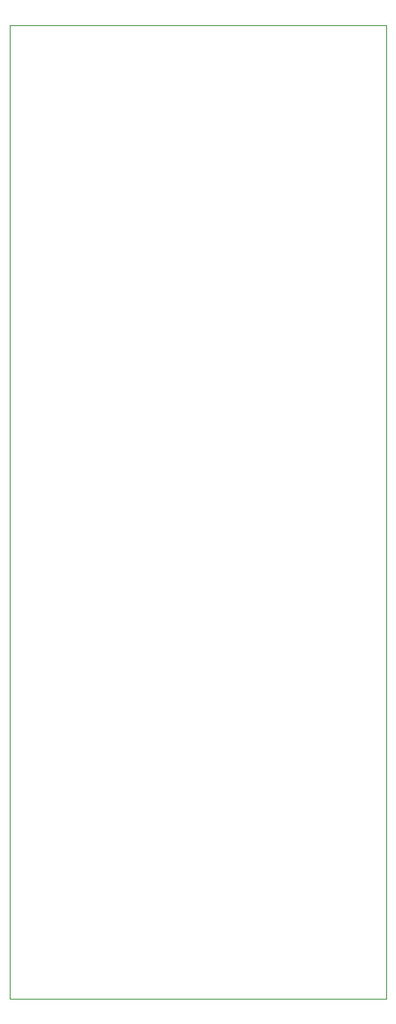
<source format=gbr>
%TF.GenerationSoftware,KiCad,Pcbnew,(6.0.0)*%
%TF.CreationDate,2022-10-17T09:47:37-04:00*%
%TF.ProjectId,bindec,62696e64-6563-42e6-9b69-6361645f7063,rev?*%
%TF.SameCoordinates,Original*%
%TF.FileFunction,Profile,NP*%
%FSLAX46Y46*%
G04 Gerber Fmt 4.6, Leading zero omitted, Abs format (unit mm)*
G04 Created by KiCad (PCBNEW (6.0.0)) date 2022-10-17 09:47:37*
%MOMM*%
%LPD*%
G01*
G04 APERTURE LIST*
%TA.AperFunction,Profile*%
%ADD10C,0.100000*%
%TD*%
G04 APERTURE END LIST*
D10*
X132230000Y-28537000D02*
X171387000Y-28537000D01*
X171387000Y-28537000D02*
X171387000Y-129859000D01*
X171387000Y-129859000D02*
X132230000Y-129859000D01*
X132230000Y-129859000D02*
X132230000Y-28537000D01*
M02*

</source>
